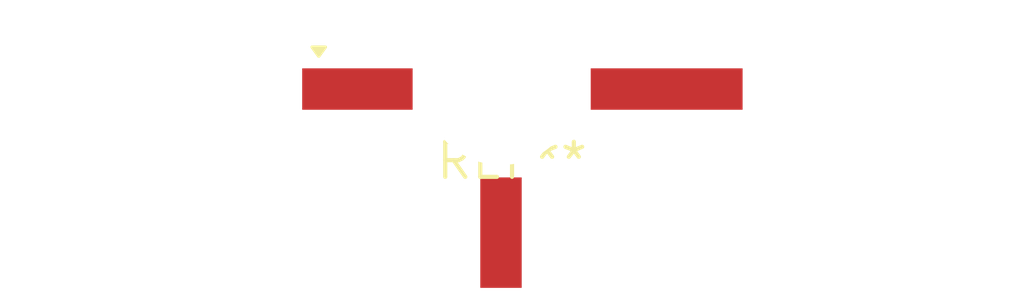
<source format=kicad_pcb>
(kicad_pcb (version 20240108) (generator pcbnew)
  (layers (0 "F.Cu" signal) (31 "B.Cu" signal) (34 "B.Paste" user) (35 "F.Paste" user) (36 "B.SilkS" user "B.Silkscreen") (37 "F.SilkS" user "F.Silkscreen") (38 "B.Mask" user) (39 "F.Mask" user) (44 "Edge.Cuts" user))
  (net 0 "")
  (footprint "TO-50-3_ShortPad-WithHole_Housing" (layer "F.Cu") (at 0 0)
    (property "Reference" "REF**")
    (property "Value" "TO-50-3_ShortPad-WithHole_Housing")
    (fp_poly (pts (xy -7 -3.79) (xy -7.24 -4.12) (xy -6.76 -4.12) (xy -7 -3.79)) (layer "F.SilkS") (stroke (width 0.12)) (fill solid))
    (pad "" np_thru_hole circle (at -0.4 -2.6 270) (size 5.5 5.5) (drill 5.5) (layers *.Cu *.Mask))
    (pad "1" smd rect (at -5.6 -2.6 270) (size 1.5 4) (layers "F.Cu" "F.Paste" "F.Mask"))
    (pad "2" smd rect (at -0.4 2.6 270) (size 4 1.5) (layers "F.Cu" "F.Paste" "F.Mask"))
    (pad "3" smd rect (at 5.6 -2.6 270) (size 1.5 5.5) (layers "F.Cu" "F.Paste" "F.Mask"))
  )
)
</source>
